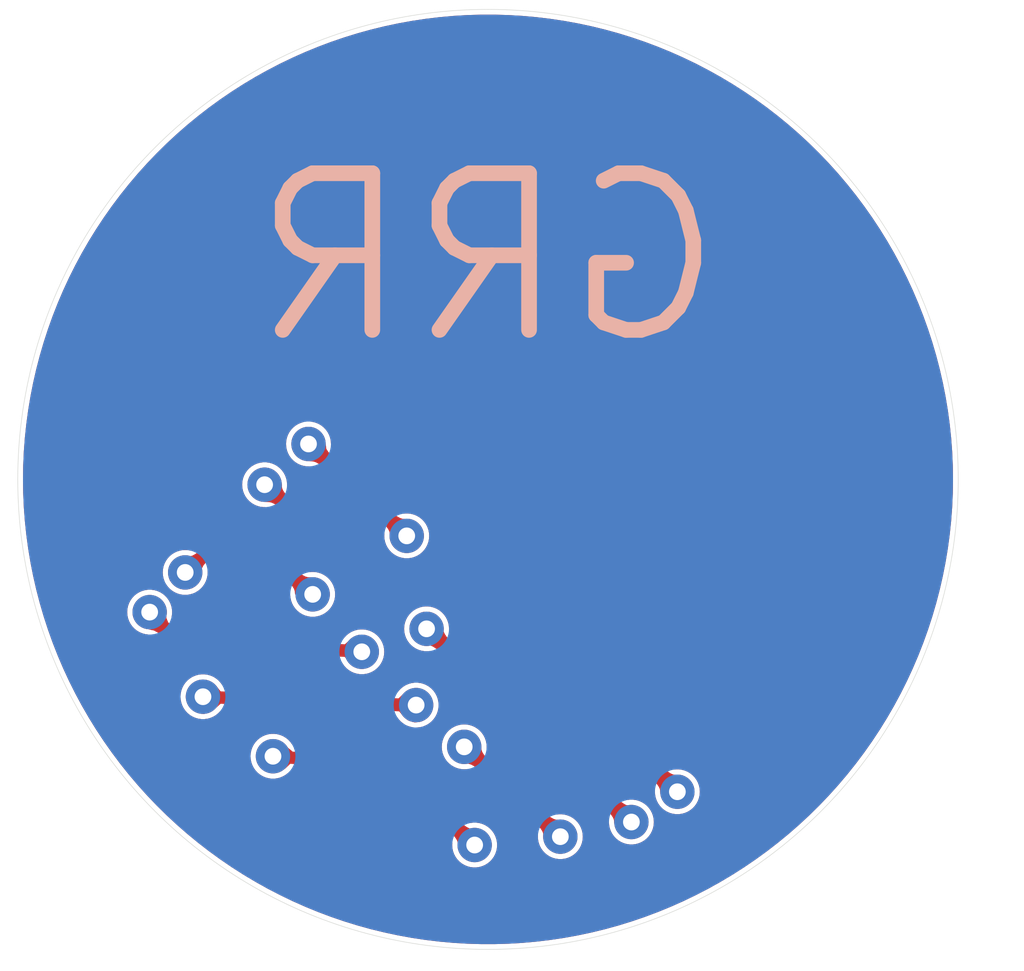
<source format=kicad_pcb>
(kicad_pcb (version 20240108) (generator "pcbnew") (generator_version "8.0")
  (layers (0 "F.Cu" signal) (31 "B.Cu" signal) (34 "B.Paste" user) (35 "F.Paste" user) (36 "B.SilkS" user "B.Silkscreen") (37 "F.SilkS" user "F.Silkscreen") (38 "B.Mask" user) (39 "F.Mask" user) (44 "Edge.Cuts" user))
  (net 0 "")
  (net 1 "GND")
  (net 2 "/Nitin")
  (footprint "GRR:GRR_90mm" (layer "F.Cu") (at 58.322577 102.907606)
    (property "Reference" "G1" (hide yes))
    (property "Value" "LOGO" (hide yes))
    (fp_poly (pts (xy -24.972347 -24.547763) (xy -24.549543 -24.140939) (xy -24.210638 -23.710292) (xy -15.699001 -23.375456) (xy -7.187364 -23.040621) (xy -6.773319 -23.429595) (xy -6.11655 -23.836492) (xy -5.398511 -23.94317) (xy -4.713838 -23.754376) (xy -4.175587 -23.299298) (xy -4.028142 -22.934841) (xy -3.95266 -22.413426) (xy -3.950409 -22.329755) (xy -4.09346 -21.639923) (xy -4.479866 -21.122306) (xy -5.026269 -20.808817) (xy -5.649312 -20.731366) (xy -6.265637 -20.921868) (xy -6.691059 -21.280525) (xy -7.12762 -21.799349) (xy -15.669129 -22.162713) (xy -24.210638 -22.526077) (xy -24.660992 -22.120652) (xy -25.251884 -21.693328) (xy -25.80699 -21.559299) (xy -26.402967 -21.672519) (xy -26.956817 -22.014277) (xy -27.371356 -22.558618) (xy -27.542916 -23.167253) (xy -27.543262 -23.193617) (xy -27.384769 -23.802422) (xy -26.978243 -24.352631) (xy -26.427115 -24.706412) (xy -26.401421 -24.715225) (xy -25.640459 -24.805099)) (fill solid) (layer "F.Cu"))
    (fp_poly (pts (xy -30.296002 -32.676661) (xy -29.770018 -32.273308) (xy -29.446019 -31.711564) (xy -29.397339 -31.129824) (xy -29.401195 -30.739791) (xy -29.240484 -30.354962) (xy -28.864509 -29.860171) (xy -28.810884 -29.79762) (xy -28.136013 -29.015807) (xy -20.228644 -28.616526) (xy -12.321276 -28.217244) (xy -11.9 -28.6) (xy -11.3 -29) (xy -10.630426 -29.1) (xy -10 -28.9) (xy -9.5 -28.568131) (xy -9.3 -28.289137) (xy -9.070746 -27.633485) (xy -9.188365 -26.994508) (xy -9.530985 -26.44172) (xy -10.037789 -26.044637) (xy -10.64796 -25.872775) (xy -11.26058 -25.978346) (xy -11.65174 -26.236111) (xy -11.986562 -26.575227) (xy -12.332106 -27.014515) (xy -20.07279 -27.403449) (xy -21.717358 -27.485651) (xy -23.257698 -27.561819) (xy -24.654999 -27.630092) (xy -25.87045 -27.688612) (xy -26.865241 -27.73552) (xy -27.600559 -27.768958) (xy -28.037594 -27.787065) (xy -28.139506 -27.789808) (xy -28.425014 -27.906485) (xy -28.869638 -28.215924) (xy -29.38081 -28.653091) (xy -29.417905 -28.687943) (xy -30.086574 -29.256016) (xy -30.601835 -29.542302) (xy -30.857202 -29.588652) (xy -31.6 -29.8) (xy -32.1 -30.2) (xy -32.5 -30.655897) (xy -32.5 -30.716805) (xy -32.6111 -31.509683) (xy -32.362635 -32.161876) (xy -31.849641 -32.618538) (xy -31.113917 -32.82482) (xy -30.941888 -32.831205)) (fill solid) (layer "F.Cu"))
    (fp_poly (pts (xy -18.60249 -18.962283) (xy -18.132334 -18.6234) (xy -18.049872 -18.555151) (xy -17.307642 -17.935036) (xy -14.274034 -17.813565) (xy -13.117635 -17.764197) (xy -11.949453 -17.708981) (xy -10.876052 -17.65331) (xy -10.004 -17.602579) (xy -9.682911 -17.581188) (xy -8.125397 -17.470283) (xy -4.368726 -13.974357) (xy -3.226178 -12.916937) (xy -2.314298 -12.087844) (xy -1.605371 -11.464323) (xy -1.071686 -11.023616) (xy -0.685529 -10.742965) (xy -0.419188 -10.599614) (xy -0.244949 -10.570805) (xy -0.22809 -10.574168) (xy 0.415094 -10.566058) (xy 1.032559 -10.282681) (xy 1.525736 -9.80161) (xy 1.696058 -9.20042) (xy 1.719859 -8.962411) (xy 1.576582 -8.405285) (xy 1.219822 -7.855088) (xy 0.9 -7.6) (xy 0.834112 -7.566276) (xy 0.315313 -7.386687) (xy -0.028681 -7.414739) (xy -0.331914 -7.521362) (xy -1.039276 -7.847178) (xy -1.412489 -8.479334) (xy -1.494751 -8.981273) (xy -1.513632 -9.219063) (xy -1.593483 -9.456041) (xy -1.769123 -9.733431) (xy -2.075367 -10.092457) (xy -2.547031 -10.574342) (xy -3.218932 -11.220308) (xy -4.025744 -11.978024) (xy -4.901226 -12.797727) (xy -5.764569 -13.6088) (xy -6.550578 -14.349802) (xy -7.194062 -14.959288) (xy -7.582709 -15.330401) (xy -8.608681 -16.317466) (xy -13.077035 -16.547049) (xy -17.54539 -16.776631) (xy -18.017486 -16.325865) (xy -18.634514 -16) (xy -19.290946 -15.9) (xy -19.912574 -16.021258) (xy -20.42519 -16.404777) (xy -20.754584 -16.962997) (xy -20.826549 -17.655224) (xy -20.794659 -17.848855) (xy -20.488069 -18.511697) (xy -19.914683 -18.933411) (xy -19.407046 -19.075475) (xy -18.982398 -19.095723)) (fill solid) (layer "F.Cu"))
    (fp_poly (pts (xy -0.268349 -19.877997) (xy 0.30307 -19.445606) (xy 0.661268 -18.829496) (xy 0.739008 -18.350917) (xy 0.754267 -18.141547) (xy 0.820087 -17.929241) (xy 0.966528 -17.680223) (xy 1.223651 -17.360719) (xy 1.621518 -16.936953) (xy 2.190189 -16.375152) (xy 2.959727 -15.64154) (xy 3.960191 -14.702344) (xy 4.116667 -14.556013) (xy 5.15038 -13.591771) (xy 5.958862 -12.846616) (xy 6.578904 -12.292356) (xy 7.047298 -11.900796) (xy 7.400836 -11.643742) (xy 7.676308 -11.493) (xy 7.910508 -11.420376) (xy 8.140225 -11.397677) (xy 8.239973 -11.396258) (xy 9.017174 -11.269952) (xy 9.5 -10.888306) (xy 9.829921 -10.240171) (xy 9.866873 -10.028931) (xy 9.810894 -9.279077) (xy 9.450253 -8.68877) (xy 8.823159 -8.306914) (xy 8.448428 -8.213548) (xy 7.973614 -8.183065) (xy 7.614345 -8.320899) (xy 7.232471 -8.656127) (xy 6.824379 -9.187288) (xy 6.685619 -9.749443) (xy 6.683688 -9.840299) (xy 6.66822 -10.049369) (xy 6.601795 -10.261941) (xy 6.454382 -10.511784) (xy 6.195952 -10.832664) (xy 5.796473 -11.25835) (xy 5.225914 -11.822609) (xy 4.454247 -12.559209) (xy 3.451438 -13.501918) (xy 3.307053 -13.637135) (xy 2.275591 -14.601034) (xy 1.469396 -15.346055) (xy 0.851485 -15.900361) (xy 0.384876 -16.292117) (xy 0.032586 -16.549484) (xy -0.242367 -16.700628) (xy -0.476967 -16.77371) (xy -0.708196 -16.796894) (xy -0.844398 -16.798581) (xy -1.628978 -16.937584) (xy -2.175735 -17.340739) (xy -2.463402 -17.987264) (xy -2.503546 -18.419858) (xy -2.357109 -19.17611) (xy -1.9 -19.7) (xy -1.316073 -19.9) (xy -0.966671 -19.941134)) (fill solid) (layer "F.Cu"))
    (fp_poly (pts (xy -14.924786 -48.745278) (xy -14.4253 -48.287796) (xy -14.277461 -48.020244) (xy -14.2 -47.523348) (xy -14.108105 -47.1186) (xy -14.118333 -47.076152) (xy -14.083383 -46.910564) (xy -13.891675 -46.627623) (xy -13.521868 -46.204797) (xy -12.952625 -45.61955) (xy -12.162605 -44.84935) (xy -11.13047 -43.871663) (xy -10.719055 -43.486538) (xy -9.663537 -42.503028) (xy -8.834271 -41.739147) (xy -8.195494 -41.167236) (xy -7.711446 -40.759631) (xy -7.346364 -40.488671) (xy -7.064487 -40.326694) (xy -6.830054 -40.246038) (xy -6.607303 -40.219042) (xy -6.492186 -40.217021) (xy -5.696486 -40.075463) (xy -5.2 -39.672564) (xy -4.812421 -39.040983) (xy -4.763507 -38.595744) (xy -4.9 -38.017798) (xy -5.1 -37.609739) (xy -5.264848 -37.405703) (xy -5.937882 -37.039711) (xy -6.663281 -37.003851) (xy -7.35242 -37.298341) (xy -7.482028 -37.400272) (xy -7.842961 -37.823248) (xy -7.984278 -38.355772) (xy -7.995578 -38.56436) (xy -8.009571 -38.794954) (xy -8.058978 -39.009698) (xy -8.173751 -39.242683) (xy -8.383841 -39.528004) (xy -8.719198 -39.899753) (xy -9.209774 -40.392024) (xy -9.88552 -41.038911) (xy -10.776387 -41.874505) (xy -11.478372 -42.528817) (xy -12.527487 -43.503683) (xy -13.350082 -44.259382) (xy -13.982135 -44.823527) (xy -14.459622 -45.223727) (xy -14.818521 -45.487597) (xy -15.094808 -45.642747) (xy -15.324462 -45.716789) (xy -15.543459 -45.737335) (xy -15.657539 -45.736246) (xy -16.376729 -45.85918) (xy -16.905628 -46.219225) (xy -17.230693 -46.739541) (xy -17.338378 -47.343287) (xy -17.215141 -47.953625) (xy -16.847437 -48.493714) (xy -16.221721 -48.886714) (xy -16.213413 -48.88991) (xy -15.560419 -48.96377)) (fill solid) (layer "F.Cu"))
    (fp_poly (pts (xy -4.220656 -31.312966) (xy -3.552762 -31.042573) (xy -3.121985 -30.515255) (xy -2.912878 -29.718943) (xy -2.889781 -29.557281) (xy -2.845816 -29.395824) (xy -2.762082 -29.215173) (xy -2.619678 -28.995926) (xy -2.399704 -28.718683) (xy -2.08326 -28.364045) (xy -1.651444 -27.91261) (xy -1.085358 -27.344977) (xy -0.3661 -26.641748) (xy 0.525231 -25.783521) (xy 1.607534 -24.750895) (xy 2.899709 -23.524471) (xy 4.420659 -22.084847) (xy 5.737577 -20.839647) (xy 7.484967 -19.189652) (xy 8.990691 -17.772661) (xy 10.273112 -16.572297) (xy 11.350591 -15.572187) (xy 12.241491 -14.755954) (xy 12.964174 -14.107223) (xy 13.537003 -13.60962) (xy 13.97834 -13.246769) (xy 14.306547 -13.002294) (xy 14.539987 -12.859821) (xy 14.697021 -12.802975) (xy 14.751285 -12.801372) (xy 15.447633 -12.738201) (xy 16.055814 -12.4203) (xy 16.501924 -11.9212) (xy 16.712058 -11.314434) (xy 16.682866 -10.879534) (xy 16.365357 -10.223449) (xy 15.845473 -9.77842) (xy 15.211921 -9.570895) (xy 14.553402 -9.8) (xy 14.058621 -10.074152) (xy 13.986921 -10.145861) (xy 13.6 -10.7) (xy 13.4502 -11.180549) (xy 13.440746 -11.323079) (xy 13.404731 -11.471783) (xy 13.323499 -11.645795) (xy 13.178391 -11.864252) (xy 12.950749 -12.146292) (xy 12.621916 -12.511049) (xy 12.173233 -12.977661) (xy 11.586042 -13.565264) (xy 10.841686 -14.292994) (xy 9.921507 -15.179988) (xy 8.806846 -16.245381) (xy 7.479045 -17.508311) (xy 5.919447 -18.987914) (xy 4.846447 -20.004901) (xy 3.136901 -21.624501) (xy 1.668454 -23.01376) (xy 0.420867 -24.19034) (xy -0.626098 -25.171904) (xy -1.492681 -25.976115) (xy -2.199123 -26.620636) (xy -2.765662 -27.123128) (xy -3.212537 -27.501256) (xy -3.559989 -27.772681) (xy -3.828257 -27.955066) (xy -4.03758 -28.066075) (xy -4.208198 -28.123369) (xy -4.36035 -28.144611) (xy -4.484081 -28.147517) (xy -5.245495 -28.292824) (xy -5.786667 -28.703595) (xy -6.068709 -29.342112) (xy -6.100653 -29.71557) (xy -5.946908 -30.476792) (xy -5.5 -31) (xy -4.9 -31.3)) (fill solid) (layer "F.Cu"))
    (fp_poly (pts (xy -22.499842 -40.218322) (xy -22.216167 -40.050736) (xy -21.807914 -39.729181) (xy -21.232405 -39.222912) (xy -20.446962 -38.501185) (xy -20.313194 -38.3769) (xy -19.178905 -37.322319) (xy -18.276157 -36.486905) (xy -17.572034 -35.845149) (xy -17.033621 -35.371543) (xy -16.628 -35.040577) (xy -16.322256 -34.826741) (xy -16.083473 -34.704527) (xy -15.878735 -34.648425) (xy -15.675126 -34.632927) (xy -15.481737 -34.632624) (xy -14.716873 -34.488338) (xy -14.174075 -34.079655) (xy -13.890886 -33.442836) (xy -13.858211 -33.064571) (xy -14.009371 -32.31935) (xy -14.398489 -31.77322) (xy -14.949988 -31.458191) (xy -15.588289 -31.406276) (xy -16.237817 -31.649484) (xy -16.568467 -31.916639) (xy -16.9 -32.465605) (xy -17.095035 -33.068074) (xy -17.095035 -33.068959) (xy -17.11402 -33.298809) (xy -17.193295 -33.531684) (xy -17.366343 -33.80692) (xy -17.666648 -34.163858) (xy -18.12769 -34.641836) (xy -18.782954 -35.280192) (xy -19.665921 -36.118266) (xy -19.790014 -36.235298) (xy -20.605825 -36.999277) (xy -21.333771 -37.671292) (xy -21.933171 -38.214578) (xy -22.363343 -38.592372) (xy -22.583606 -38.76791) (xy -22.601294 -38.775886) (xy -22.77061 -38.660774) (xy -23.14948 -38.346338) (xy -23.683923 -37.878927) (xy -24.319963 -37.30489) (xy -24.402307 -37.22943) (xy -25.107974 -36.57172) (xy -25.581069 -36.098126) (xy -25.861867 -35.757478) (xy -25.990644 -35.49861) (xy -26.007676 -35.270353) (xy -25.997511 -35.202834) (xy -26.047746 -34.584515) (xy -26.365919 -34.005783) (xy -26.9 -33.6) (xy -27.3 -33.5) (xy -28 -33.5) (xy -28.6 -33.8) (xy -29.075917 -34.338564) (xy -29.086232 -34.362782) (xy -29.245783 -35.123469) (xy -29.087249 -35.781358) (xy -28.649685 -36.281161) (xy -27.972145 -36.567588) (xy -27.495956 -36.614184) (xy -27.185981 -36.632572) (xy -26.900869 -36.714176) (xy -26.582542 -36.898658) (xy -26.172923 -37.22568) (xy -25.613933 -37.734904) (xy -25.00285 -38.316739) (xy -24.320637 -38.960493) (xy -23.702872 -39.523183) (xy -23.209547 -39.951575) (xy -22.900653 -40.192434) (xy -22.864169 -40.214561) (xy -22.701617 -40.262682)) (fill solid) (layer "F.Cu"))
    (fp_poly (pts (xy -19.182357 -44.934114) (xy -18.7 -44.5) (xy -18.5 -43.924483) (xy -18.356028 -43.506554) (xy -18.346585 -43.299423) (xy -18.299445 -43.099435) (xy -18.186385 -42.875354) (xy -17.979186 -42.59594) (xy -17.649627 -42.229955) (xy -17.169489 -41.746162) (xy -16.51055 -41.113321) (xy -15.644591 -40.300196) (xy -14.54339 -39.275547) (xy -14.483582 -39.219997) (xy -10.611136 -35.623404) (xy -7.142802 -35.240558) (xy -5.969339 -35.11141) (xy -4.831952 -34.986925) (xy -3.812869 -34.876051) (xy -2.99432 -34.787737) (xy -2.490614 -34.734268) (xy -1.30676 -34.610823) (xy 8.678181 -25.167183) (xy 10.536166 -23.410608) (xy 12.151308 -21.8858) (xy 13.54201 -20.576428) (xy 14.726677 -19.466162) (xy 15.723714 -18.538668) (xy 16.551525 -17.777616) (xy 17.228516 -17.166675) (xy 17.77309 -16.689512) (xy 18.203653 -16.329797) (xy 18.53861 -16.071197) (xy 18.796364 -15.897381) (xy 18.995322 -15.792018) (xy 19.153886 -15.738776) (xy 19.290464 -15.721324) (xy 19.32392 -15.720637) (xy 20.00628 -15.669146) (xy 20.4 -15.4) (xy 20.75843 -15.11712) (xy 20.831486 -14.984279) (xy 21.076239 -14.237395) (xy 20.977476 -13.576458) (xy 20.568467 -13.001745) (xy 19.936679 -12.572442) (xy 19.275102 -12.496214) (xy 18.618645 -12.774814) (xy 18.464002 -12.89616) (xy 18.048619 -13.440883) (xy 17.868496 -14.105769) (xy 17.849641 -14.22961) (xy 17.81856 -14.354258) (xy 17.761891 -14.492896) (xy 17.666272 -14.658711) (xy 17.518343 -14.864888) (xy 17.304741 -15.124611) (xy 17.012105 -15.451066) (xy 16.627073 -15.857437) (xy 16.136284 -16.356911) (xy 15.526376 -16.962671) (xy 14.783987 -17.687904) (xy 13.895755 -18.545794) (xy 12.84832 -19.549527) (xy 11.628319 -20.712287) (xy 10.222391 -22.04726) (xy 8.617175 -23.567631) (xy 6.799308 -25.286584) (xy 4.755429 -27.217306) (xy 2.472177 -29.372981) (xy 0.739008 -31.008994) (xy -1.873049 -33.474571) (xy -5.926241 -33.889582) (xy -7.138707 -34.01701) (xy -8.267779 -34.141801) (xy -9.25123 -34.256598) (xy -10.026836 -34.354038) (xy -10.532372 -34.426764) (xy -10.649627 -34.448261) (xy -10.901033 -34.537765) (xy -11.224984 -34.726366) (xy -11.651449 -35.038971) (xy -12.210397 -35.500489) (xy -12.931797 -36.135827) (xy -13.845618 -36.969894) (xy -14.981829 -38.027597) (xy -15.181856 -38.215113) (xy -16.292871 -39.255788) (xy -17.175441 -40.075476) (xy -17.863101 -40.700518) (xy -18.389386 -41.157254) (xy -18.787831 -41.472024) (xy -19.091972 -41.67117) (xy -19.335343 -41.781032) (xy -19.55148 -41.82795) (xy -19.773918 -41.838264) (xy -19.794668 -41.838297) (xy -20.408399 -41.91329) (xy -20.889974 -42.195158) (xy -21.072013 -42.364866) (xy -21.509866 -42.995482) (xy -21.588969 -43.640006) (xy -21.309322 -44.279135) (xy -21.072013 -44.554282) (xy -20.44943 -44.973316) (xy -19.793718 -45.089963)) (fill solid) (layer "F.Cu"))
    (pad "1" smd custom (at -38.5 -36) (size 0.643 0.643) (layers "F.Cu" "F.Paste" "F.Mask") (net 1 "GND") (options (clearance outline) (anchor circle)) (primitives (gr_poly (pts (xy -0.3215 -0.22025) (xy -0.309264 -0.281766) (xy -0.274417 -0.333917) (xy -0.222266 -0.368764) (xy -0.16075 -0.381) (xy 0.16075 -0.381) (xy 0.222266 -0.368764) (xy 0.274417 -0.333917) (xy 0.309264 -0.281766) (xy 0.3215 -0.22025) (xy 0.3215 0.22025) (xy 0.309264 0.281766) (xy 0.274417 0.333917) (xy 0.222266 0.368764) (xy 0.16075 0.381) (xy -0.16075 0.381) (xy -0.222266 0.368764) (xy -0.274417 0.333917) (xy -0.309264 0.281766) (xy -0.3215 0.22025)) (width 0) (fill yes)) (gr_poly (pts (xy 41.241995 -49.128846) (xy 42.7751 -49.066957) (xy 44.137777 -48.972647) (xy 45.241887 -48.846624) (xy 45.303193 -48.83726) (xy 46.453861 -48.646993) (xy 47.295166 -48.476554) (xy 47.876142 -48.308927) (xy 48.245821 -48.127099) (xy 48.453236 -47.914055) (xy 48.533664 -47.716276) (xy 48.559805 -47.10554) (xy 48.332448 -46.647554) (xy 47.980326 -46.4453) (xy 47.625689 -46.428998) (xy 47.017726 -46.471818) (xy 46.256924 -46.564919) (xy 45.785595 -46.638409) (xy 44.402104 -46.820137) (xy 42.76416 -46.951913) (xy 40.974358 -47.031956) (xy 39.135291 -47.058487) (xy 37.349557 -47.029724) (xy 35.719749 -46.943887) (xy 34.594784 -46.832631) (xy 30.843583 -46.179497) (xy 27.232746 -45.195673) (xy 23.770279 -43.885081) (xy 20.464192 -42.251642) (xy 17.322492 -40.299275) (xy 14.353187 -38.031902) (xy 11.764317 -35.654832) (xy 9.207587 -32.852895) (xy 6.964887 -29.874846) (xy 5.036877 -26.721754) (xy 3.42422 -23.39469) (xy 2.242074 -20.249645) (xy 1.499172 -17.755886) (xy 0.954273 -15.371896) (xy 0.589849 -12.98447) (xy 0.388367 -10.480401) (xy 0.331886 -7.914654) (xy 0.347541 -6.564395) (xy 0.397012 -5.328421) (xy 0.489015 -4.104257) (xy 0.632266 -2.789426) (xy 0.835483 -1.281454) (xy 0.977905 -0.31985) (xy 1.016512 0.219354) (xy 0.899764 0.579115) (xy 0.709567 0.806037) (xy 0.262664 1.130911) (xy -0.160079 1.12359) (xy -0.561426 0.871986) (xy -0.769792 0.647981) (xy -0.944553 0.314554) (xy -1.097496 -0.176991) (xy -1.240406 -0.875349) (xy -1.385066 -1.829216) (xy -1.543264 -3.087287) (xy -1.565618 -3.277249) (xy -1.822577 -6.982069) (xy -1.736572 -10.697381) (xy -1.316888 -14.391736) (xy -0.572809 -18.033681) (xy 0.486381 -21.591765) (xy 1.851397 -25.034536) (xy 3.512955 -28.330544) (xy 5.461771 -31.448336) (xy 7.565836 -34.210638) (xy 10.226593 -37.117001) (xy 13.092208 -39.728423) (xy 16.1537 -42.039924) (xy 19.402091 -44.046525) (xy 22.828399 -45.743245) (xy 26.423645 -47.125106) (xy 30.178848 -48.187128) (xy 34.085029 -48.92433) (xy 34.104965 -48.927198) (xy 35.168105 -49.038033) (xy 36.501519 -49.112908) (xy 38.017065 -49.15253) (xy 39.626604 -49.157606)) (width 0) (fill yes))))
    (pad "1" smd custom (at -35 -26.5) (size 0.643 0.643) (layers "F.Cu" "F.Paste" "F.Mask") (net 1 "GND") (options (clearance outline) (anchor circle)) (primitives (gr_poly (pts (xy -0.3215 -0.22025) (xy -0.309264 -0.281766) (xy -0.274417 -0.333917) (xy -0.222266 -0.368764) (xy -0.16075 -0.381) (xy 0.16075 -0.381) (xy 0.222266 -0.368764) (xy 0.274417 -0.333917) (xy 0.309264 -0.281766) (xy 0.3215 -0.22025) (xy 0.3215 0.22025) (xy 0.309264 0.281766) (xy 0.274417 0.333917) (xy 0.222266 0.368764) (xy 0.16075 0.381) (xy -0.16075 0.381) (xy -0.222266 0.368764) (xy -0.274417 0.333917) (xy -0.309264 0.281766) (xy -0.3215 0.22025)) (width 0) (fill yes)) (gr_poly (pts (xy -0.131838 -1.367689) (xy 0.265498 -1.015845) (xy 0.694977 -0.365692) (xy 0.990318 0.191067) (xy 2.751284 3.3063) (xy 4.823492 6.26148) (xy 7.218508 9.072449) (xy 8.264317 10.154833) (xy 11.066844 12.710404) (xy 14.049181 14.9546) (xy 17.20332 16.883499) (xy 20.521255 18.493181) (xy 23.994975 19.779725) (xy 27.616474 20.73921) (xy 31.094784 21.332632) (xy 32.753455 21.485408) (xy 34.636807 21.560768) (xy 36.634532 21.561187) (xy 38.636322 21.489141) (xy 40.531868 21.347103) (xy 42.210864 21.137551) (xy 42.584398 21.074806) (xy 46.289112 20.235819) (xy 49.846291 19.068198) (xy 53.256904 17.571561) (xy 56.521922 15.745526) (xy 57.13705 15.354069) (xy 58.017641 14.816646) (xy 58.676349 14.506987) (xy 59.162477 14.415663) (xy 59.525326 14.533241) (xy 59.809344 14.842841) (xy 59.980209 15.228059) (xy 59.947649 15.605713) (xy 59.68377 16.014246) (xy 59.160676 16.492102) (xy 58.350473 17.077726) (xy 58.034914 17.288306) (xy 55.475548 18.801824) (xy 52.654784 20.159211) (xy 49.647032 21.334863) (xy 46.526703 22.303174) (xy 43.368207 23.03854) (xy 40.245955 23.515355) (xy 39.805948 23.560996) (xy 38.300381 23.666314) (xy 36.601095 23.717277) (xy 34.848784 23.713954) (xy 33.184145 23.656413) (xy 31.865958 23.557178) (xy 28.060966 22.991762) (xy 24.354177 22.088977) (xy 20.767098 20.858771) (xy 17.321236 19.311087) (xy 14.038098 17.455874) (xy 10.939191 15.303076) (xy 8.046022 12.862639) (xy 7.385713 12.236256) (xy 4.765579 9.491567) (xy 2.494155 6.679196) (xy 0.564682 3.790171) (xy -0.682954 1.526241) (xy -1.135484 0.570827) (xy -1.394165 -0.134846) (xy -1.464494 -0.64115) (xy -1.351966 -0.998454) (xy -1.062077 -1.257129) (xy -0.991023 -1.297352) (xy -0.537267 -1.45145)) (width 0) (fill yes))))
    (pad "1" smd custom (at -21 -69) (size 0.643 0.643) (layers "F.Cu" "F.Paste" "F.Mask") (net 1 "GND") (options (clearance outline) (anchor circle)) (primitives (gr_poly (pts (xy -0.3215 -0.22025) (xy -0.309264 -0.281766) (xy -0.274417 -0.333917) (xy -0.222266 -0.368764) (xy -0.16075 -0.381) (xy 0.16075 -0.381) (xy 0.222266 -0.368764) (xy 0.274417 -0.333917) (xy 0.309264 -0.281766) (xy 0.3215 -0.22025) (xy 0.3215 0.22025) (xy 0.309264 0.281766) (xy 0.274417 0.333917) (xy 0.222266 0.368764) (xy 0.16075 0.381) (xy -0.16075 0.381) (xy -0.222266 0.368764) (xy -0.274417 0.333917) (xy -0.309264 0.281766) (xy -0.3215 0.22025)) (width 0) (fill yes)) (gr_poly (pts (xy 36.429915 -13.462803) (xy 36.590039 -13.351834) (xy 36.661022 -13.245674) (xy 36.759742 -12.887684) (xy 36.723247 -12.707936) (xy 36.541745 -12.537108) (xy 36.124158 -12.195763) (xy 35.524723 -11.726733) (xy 34.797679 -11.172848) (xy 34.439008 -10.904108) (xy 32.299798 -9.264703) (xy 29.979868 -7.399926) (xy 27.458954 -5.293223) (xy 25.346467 -3.476952) (xy 24.472159 -2.709749) (xy 23.468475 -1.816864) (xy 22.377402 -0.836764) (xy 21.240924 0.19208) (xy 20.101025 1.2312) (xy 18.999691 2.242126) (xy 17.978906 3.186389) (xy 17.080655 4.025521) (xy 16.346922 4.721051) (xy 15.819693 5.234512) (xy 15.648743 5.408735) (xy 15.052804 6.033809) (xy 15.446153 6.788464) (xy 15.734642 7.701475) (xy 15.683961 8.624777) (xy 15.299626 9.481867) (xy 15.246493 9.556348) (xy 14.851937 10.090015) (xy 16.556812 11.825504) (xy 16.891561 12.169758) (xy 17.45864 12.757223) (xy 18.241486 13.570619) (xy 19.223535 14.592664) (xy 20.388224 15.806078) (xy 21.718989 17.193579) (xy 23.199267 18.737887) (xy 24.812495 20.42172) (xy 26.542108 22.227799) (xy 28.371543 24.138841) (xy 30.284237 26.137567) (xy 32.263626 28.206695) (xy 34.293147 30.328944) (xy 34.709625 30.76454) (xy 36.731992 32.879724) (xy 38.697609 34.935381) (xy 40.590808 36.915135) (xy 42.395921 38.802607) (xy 44.097282 40.581421) (xy 45.679221 42.2352) (xy 47.126072 43.747568) (xy 48.422165 45.102146) (xy 49.551835 46.282558) (xy 50.499412 47.272428) (xy 51.249229 48.055378) (xy 51.785618 48.615031) (xy 52.092912 48.93501) (xy 52.134278 48.977886) (xy 52.6798 49.581279) (xy 53.005307 50.060865) (xy 53.172361 50.517598) (xy 53.21278 50.746566) (xy 53.314567 51.505446) (xy 50.89495 53.925064) (xy 50.038621 54.775883) (xy 49.390427 55.401682) (xy 48.907817 55.836207) (xy 48.548238 56.113206) (xy 48.269141 56.266428) (xy 48.027975 56.329618) (xy 47.852206 56.338298) (xy 47.303844 56.270266) (xy 46.852972 56.115326) (xy 46.84911 56.113121) (xy 46.67773 55.965419) (xy 46.26091 55.581975) (xy 45.613119 54.976549) (xy 44.748826 54.162902) (xy 43.682498 53.154796) (xy 42.428605 51.965992) (xy 41.001615 50.610251) (xy 39.415997 49.101334) (xy 37.686217 47.453002) (xy 35.826746 45.679018) (xy 33.852052 43.793141) (xy 31.776602 41.809133) (xy 29.614866 39.740756) (xy 27.381312 37.60177) (xy 26.696212 36.945305) (xy 6.923283 17.996282) (xy 6.389812 18.390695) (xy 5.802074 18.665316) (xy 5.063354 18.795487) (xy 4.305825 18.779117) (xy 3.661658 18.614113) (xy 3.379494 18.438357) (xy 3.140133 18.244048) (xy 2.946056 18.219074) (xy 2.689654 18.391648) (xy 2.348796 18.70857) (xy 1.897643 19.159181) (xy 1.24562 19.839131) (xy 0.430075 20.707469) (xy -0.511645 21.723245) (xy -1.542192 22.845508) (xy -2.624216 24.033307) (xy -3.720371 25.245692) (xy -4.793308 26.441713) (xy -5.805678 27.58042) (xy -6.720134 28.620861) (xy -7.27429 29.259826) (xy -9.038933 31.33528) (xy -10.713857 33.357121) (xy -12.256002 35.272041) (xy -13.622307 37.026732) (xy -14.559574 38.278974) (xy -15.117917 39.025103) (xy -15.524124 39.513781) (xy -15.826599 39.786867) (xy -16.073748 39.88622) (xy -16.313977 39.853701) (xy -16.360992 39.836776) (xy -16.519322 39.714435) (xy -16.599098 39.468963) (xy -16.596064 39.056836) (xy -16.50596 38.43453) (xy -16.324531 37.558519) (xy -16.047518 36.385279) (xy -16.007281 36.220944) (xy -14.718105 31.716) (xy -13.085476 27.285098) (xy -11.123688 22.959601) (xy -8.847034 18.770873) (xy -6.269809 14.750276) (xy -6.131602 14.551774) (xy -5.566803 13.750445) (xy -5.038669 13.013199) (xy -4.599401 12.412088) (xy -4.301195 12.019162) (xy -4.259145 11.967135) (xy -3.834747 11.454129) (xy -4.354366 10.862315) (xy -4.861854 10.050693) (xy -5.021842 9.185295) (xy -4.831427 8.307927) (xy -4.583631 7.796176) (xy -4.332503 7.395955) (xy -4.288165 7.342427) (xy -4.178798 7.163652) (xy -4.219811 6.959254) (xy -4.449923 6.658113) (xy -4.907854 6.189107) (xy -4.925532 6.171684) (xy -5.408416 5.640981) (xy -5.726868 5.179481) (xy -5.822695 4.904156) (xy -5.716323 4.665384) (xy -5.420287 4.190841) (xy -4.969207 3.526712) (xy -4.397703 2.719184) (xy -3.740395 1.814445) (xy -3.031902 0.858682) (xy -2.306845 -0.10192) (xy -1.599843 -1.021171) (xy -0.945516 -1.852887) (xy -0.378485 -2.550879) (xy 0.066632 -3.068961) (xy 0.355214 -3.360945) (xy 0.394647 -3.390509) (xy 0.746997 -3.538927) (xy 1.126706 -3.501318) (xy 1.583711 -3.251824) (xy 2.167949 -2.764588) (xy 2.802293 -2.143784) (xy 3.951395 -0.973956) (xy 4.513641 -1.316801) (xy 5.355899 -1.631596) (xy 6.270411 -1.64031) (xy 7.159464 -1.354534) (xy 7.778015 -0.929575) (xy 7.975132 -0.77432) (xy 8.164764 -0.739275) (xy 8.427674 -0.85199) (xy 8.844626 -1.140013) (xy 9.219149 -1.421154) (xy 12.818081 -3.952912) (xy 16.62049 -6.266879) (xy 20.571352 -8.336605) (xy 24.615644 -10.135638) (xy 28.698342 -11.637528) (xy 32.764424 -12.815823) (xy 33.087944 -12.89546) (xy 34.257754 -13.174488) (xy 35.128085 -13.365956) (xy 35.747709 -13.474644) (xy 36.165395 -13.505333)) (width 0) (fill yes))))
    (pad "1" smd custom (at 15.936787 -43.72223) (size 0.643 0.643) (layers "F.Cu" "F.Paste" "F.Mask") (net 1 "GND") (options (clearance outline) (anchor circle)) (primitives (gr_poly (pts (xy -0.3215 -0.22025) (xy -0.309264 -0.281766) (xy -0.274417 -0.333917) (xy -0.222266 -0.368764) (xy -0.16075 -0.381) (xy 0.16075 -0.381) (xy 0.222266 -0.368764) (xy 0.274417 -0.333917) (xy 0.309264 -0.281766) (xy 0.3215 -0.22025) (xy 0.3215 0.22025) (xy 0.309264 0.281766) (xy 0.274417 0.333917) (xy 0.222266 0.368764) (xy 0.16075 0.381) (xy -0.16075 0.381) (xy -0.222266 0.368764) (xy -0.274417 0.333917) (xy -0.309264 0.281766) (xy -0.3215 0.22025)) (width 0) (fill yes)) (gr_poly (pts (xy -0.231823 -4.010025) (xy 0.367078 -3.872777) (xy 1.13659 -3.671384) (xy 2.00111 -3.428227) (xy 2.885036 -3.165687) (xy 3.712766 -2.906144) (xy 4.408697 -2.671978) (xy 4.897228 -2.485571) (xy 5.094896 -2.379469) (xy 5.20474 -2.139687) (xy 5.374874 -1.612642) (xy 5.586789 -0.862633) (xy 5.821972 0.046042) (xy 5.976644 0.683251) (xy 6.651533 3.535761) (xy 5.049217 5.154665) (xy 4.192439 5.996773) (xy 3.527202 6.590561) (xy 3.014118 6.964253) (xy 2.613799 7.146073) (xy 2.286858 7.164243) (xy 2.254063 7.15755) (xy 2.055606 7.013252) (xy 1.64689 6.641254) (xy 1.063837 6.076918) (xy 0.342368 5.355602) (xy -0.481594 4.512665) (xy -1.303738 3.655458) (xy -2.332283 2.566602) (xy -3.131508 1.702482) (xy -3.72657 1.03279) (xy -4.142623 0.527221) (xy -4.404822 0.155465) (xy -4.538323 -0.112785) (xy -4.569411 -0.279092) (xy -4.518195 -0.538132) (xy -4.338712 -0.848565) (xy -3.992205 -1.256999) (xy -3.439921 -1.810042) (xy -2.789483 -2.419657) (xy -1.877958 -3.22825) (xy -1.193295 -3.763515) (xy -0.73131 -4.028569) (xy -0.584512 -4.060748)) (width 0) (fill yes))))
    (pad "1" smd custom (at 18.5 -80.5) (size 0.643 0.643) (layers "F.Cu" "F.Paste" "F.Mask") (net 1 "GND") (options (clearance outline) (anchor circle)) (primitives (gr_poly (pts (xy -0.3215 -0.22025) (xy -0.309264 -0.281766) (xy -0.274417 -0.333917) (xy -0.222266 -0.368764) (xy -0.16075 -0.381) (xy 0.16075 -0.381) (xy 0.222266 -0.368764) (xy 0.274417 -0.333917) (xy 0.309264 -0.281766) (xy 0.3215 -0.22025) (xy 0.3215 0.22025) (xy 0.309264 0.281766) (xy 0.274417 0.333917) (xy 0.222266 0.368764) (xy 0.16075 0.381) (xy -0.16075 0.381) (xy -0.222266 0.368764) (xy -0.274417 0.333917) (xy -0.309264 0.281766) (xy -0.3215 0.22025)) (width 0) (fill yes)) (gr_poly (pts (xy -0.234494 -0.876837) (xy 0.366711 -0.61943) (xy 1.156522 -0.228168) (xy 2.077968 0.266063) (xy 3.074079 0.832377) (xy 4.087884 1.439887) (xy 5.062412 2.057709) (xy 5.371885 2.262752) (xy 8.341823 4.464572) (xy 11.121412 6.946779) (xy 13.679999 9.67332) (xy 15.98693 12.608143) (xy 18.011549 15.715198) (xy 19.723204 18.95843) (xy 19.907252 19.357562) (xy 20.379812 20.427144) (xy 20.69699 21.227643) (xy 20.870725 21.80905) (xy 20.912956 22.221355) (xy 20.835622 22.51455) (xy 20.703044 22.689662) (xy 20.29099 22.917244) (xy 19.780161 22.980376) (xy 19.337444 22.870749) (xy 19.206015 22.764185) (xy 19.058243 22.511175) (xy 18.808387 22.008506) (xy 18.49598 21.337803) (xy 18.268103 20.82766) (xy 16.599127 17.467833) (xy 14.635755 14.312906) (xy 12.384904 11.370259) (xy 9.853492 8.647271) (xy 7.048435 6.151319) (xy 3.97665 3.889784) (xy 0.645055 1.870044) (xy 0.343263 1.706064) (xy -0.453333 1.266862) (xy -0.982113 0.941929) (xy -1.298782 0.686986) (xy -1.459045 0.457752) (xy -1.516694 0.227581) (xy -1.437117 -0.317884) (xy -1.127714 -0.753156) (xy -0.676793 -0.964144) (xy -0.590123 -0.969503)) (width 0) (fill yes))))
    (pad "1" smd custom (at 38.5 -30) (size 0.643 0.643) (layers "F.Cu" "F.Paste" "F.Mask") (net 1 "GND") (options (clearance outline) (anchor circle)) (primitives (gr_poly (pts (xy -0.3215 -0.22025) (xy -0.309264 -0.281766) (xy -0.274417 -0.333917) (xy -0.222266 -0.368764) (xy -0.16075 -0.381) (xy 0.16075 -0.381) (xy 0.222266 -0.368764) (xy 0.274417 -0.333917) (xy 0.309264 -0.281766) (xy 0.3215 -0.22025) (xy 0.3215 0.22025) (xy 0.309264 0.281766) (xy 0.274417 0.333917) (xy 0.222266 0.368764) (xy 0.16075 0.381) (xy -0.16075 0.381) (xy -0.222266 0.368764) (xy -0.274417 0.333917) (xy -0.309264 0.281766) (xy -0.3215 0.22025)) (width 0) (fill yes)) (gr_poly (pts (xy 1.378748 -2.325515) (xy 1.587675 -2.052557) (xy 1.648659 -1.819604) (xy 1.605728 -1.428271) (xy 1.447181 -0.821254) (xy 1.161314 0.058749) (xy 1.149359 0.093736) (xy 0.744375 1.183684) (xy 0.375812 1.944481) (xy 0.016927 2.401678) (xy -0.359024 2.580829) (xy -0.778786 2.507484) (xy -1.152115 2.292623) (xy -1.376444 2.101937) (xy -1.496969 1.873491) (xy -1.507365 1.54669) (xy -1.401312 1.060937) (xy -1.172484 0.355638) (xy -0.859959 -0.507139) (xy -0.535262 -1.35572) (xy -0.28328 -1.924112) (xy -0.067586 -2.27548) (xy 0.148245 -2.472988) (xy 0.320469 -2.554075) (xy 0.898835 -2.610789)) (width 0) (fill yes))))
    (pad "1" smd custom (at 39.5 -53.5) (size 0.643 0.643) (layers "F.Cu" "F.Paste" "F.Mask") (net 1 "GND") (options (clearance outline) (anchor circle)) (primitives (gr_poly (pts (xy -0.3215 -0.22025) (xy -0.309264 -0.281766) (xy -0.274417 -0.333917) (xy -0.222266 -0.368764) (xy -0.16075 -0.381) (xy 0.16075 -0.381) (xy 0.222266 -0.368764) (xy 0.274417 -0.333917) (xy 0.309264 -0.281766) (xy 0.3215 -0.22025) (xy 0.3215 0.22025) (xy 0.309264 0.281766) (xy 0.274417 0.333917) (xy 0.222266 0.368764) (xy 0.16075 0.381) (xy -0.16075 0.381) (xy -0.222266 0.368764) (xy -0.274417 0.333917) (xy -0.309264 0.281766) (xy -0.3215 0.22025)) (width 0) (fill yes)) (gr_poly (pts (xy -24.555698 -15.868867) (xy -24.476524 -15.84898) (xy -24.309259 -15.670949) (xy -23.98898 -15.229565) (xy -23.5466 -14.571272) (xy -23.013031 -13.742516) (xy -22.419187 -12.789743) (xy -22.184076 -12.404707) (xy -21.514062 -11.305192) (xy -20.99839 -10.47522) (xy -20.606342 -9.87521) (xy -20.307202 -9.465579) (xy -20.070253 -9.206748) (xy -19.864777 -9.059135) (xy -19.660059 -8.983159) (xy -19.50464 -8.952054) (xy -18.994004 -8.86005) (xy -18.611556 -8.780567) (xy -18.585106 -8.774038) (xy -18.370208 -8.861618) (xy -17.921251 -9.145452) (xy -17.283045 -9.593676) (xy -16.500397 -10.174428) (xy -15.618116 -10.855843) (xy -15.26973 -11.131611) (xy -14.116197 -12.037602) (xy -13.210306 -12.718338) (xy -12.530877 -13.188436) (xy -12.056726 -13.46251) (xy -11.766671 -13.555175) (xy -11.756964 -13.555311) (xy -11.381436 -13.467562) (xy -10.812042 -13.237236) (xy -10.130811 -12.909126) (xy -9.419772 -12.528026) (xy -8.760954 -12.138731) (xy -8.236388 -11.786032) (xy -7.928101 -11.514726) (xy -7.884154 -11.440483) (xy -7.870582 -11.172778) (xy -7.887702 -10.604624) (xy -7.93218 -9.794243) (xy -8.000682 -8.79986) (xy -8.089872 -7.679697) (xy -8.118814 -7.343262) (xy -8.449697 -3.560283) (xy -7.773231 -2.862733) (xy -7.096764 -2.165183) (xy -3.248382 -2.349027) (xy -1.850469 -2.406915) (xy -0.704658 -2.43581) (xy 0.160667 -2.435613) (xy 0.717121 -2.406223) (xy 0.91713 -2.363701) (xy 1.149865 -2.118107) (xy 1.470843 -1.625518) (xy 1.835822 -0.973983) (xy 2.200562 -0.251546) (xy 2.520821 0.453744) (xy 2.752358 1.053841) (xy 2.850931 1.460699) (xy 2.851774 1.486537) (xy 2.768033 1.761348) (xy 2.504553 2.197004) (xy 2.042942 2.818429) (xy 1.364809 3.650547) (xy 0.554965 4.599268) (xy -0.172514 5.440743) (xy -0.83074 6.204728) (xy -1.378638 6.843336) (xy -1.77513 7.308684) (xy -1.979141 7.552887) (xy -1.984658 7.559834) (xy -2.133549 7.936307) (xy -2.131038 8.542088) (xy -2.104648 8.761107) (xy -1.981824 9.654143) (xy 1.319201 11.836115) (xy 2.287991 12.484094) (xy 3.152592 13.076895) (xy 3.868155 13.582575) (xy 4.38983 13.969193) (xy 4.672766 14.204806) (xy 4.709475 14.250667) (xy 4.717314 14.528799) (xy 4.661393 15.066568) (xy 4.558141 15.772367) (xy 4.423989 16.554587) (xy 4.275365 17.32162) (xy 4.128698 17.981857) (xy 4.000418 18.44369) (xy 3.929233 18.601251) (xy 3.711193 18.699527) (xy 3.194989 18.861441) (xy 2.434144 19.072392) (xy 1.48218 19.317782) (xy 0.39262 19.58301) (xy -0.053882 19.687708) (xy -1.308943 19.980816) (xy -2.260096 20.210819) (xy -2.954847 20.394063) (xy -3.440702 20.546895) (xy -3.765166 20.685659) (xy -3.975746 20.826703) (xy -4.119947 20.986373) (xy -4.205818 21.116337) (xy -4.416125 21.479785) (xy -4.552239 21.81428) (xy -4.605905 22.173774) (xy -4.568868 22.612215) (xy -4.43287 23.183554) (xy -4.189657 23.941742) (xy -3.830973 24.940728) (xy -3.473713 25.900482) (xy -3.082423 26.965369) (xy -2.739351 27.93713) (xy -2.46396 28.757479) (xy -2.275714 29.368127) (xy -2.194075 29.710788) (xy -2.192198 29.738334) (xy -2.324413 30.067286) (xy -2.675518 30.547317) (xy -3.177199 31.111971) (xy -3.761145 31.694797) (xy -4.359043 32.229341) (xy -4.902581 32.649151) (xy -5.323446 32.887772) (xy -5.46128 32.91844) (xy -5.696011 32.838062) (xy -6.064487 32.582611) (xy -6.591183 32.130612) (xy -7.300574 31.460593) (xy -8.217134 30.551077) (xy -8.592304 30.171277) (xy -10.2285 28.507151) (xy -11.62896 27.079817) (xy -12.811571 25.870177) (xy -13.794222 24.859135) (xy -14.594798 24.027591) (xy -15.231188 23.356448) (xy -15.721278 22.826609) (xy -16.082956 22.418975) (xy -16.334109 22.114448) (xy -16.492624 21.893931) (xy -16.576388 21.738326) (xy -16.603289 21.628534) (xy -16.603546 21.617818) (xy -16.474467 21.314117) (xy -16.11235 20.821064) (xy -15.554869 20.187041) (xy -15.207446 19.824976) (xy -13.873703 18.297586) (xy -12.86379 16.739784) (xy -12.142189 15.095219) (xy -12.049184 14.814185) (xy -11.756187 13.486817) (xy -11.633755 11.985407) (xy -11.679967 10.443254) (xy -11.892905 8.993659) (xy -12.146045 8.08866) (xy -12.975968 6.248015) (xy -14.066802 4.618123) (xy -15.384592 3.219559) (xy -16.895386 2.072891) (xy -18.56523 1.198693) (xy -20.360169 0.617536) (xy -22.24625 0.34999) (xy -24.189519 0.416627) (xy -24.688936 0.489367) (xy -26.206352 0.899813) (xy -27.79303 1.617309) (xy -29.391378 2.611694) (xy -30.697642 3.6361) (xy -31.353744 4.17772) (xy -31.941744 4.617039) (xy -32.393037 4.905626) (xy -32.624522 4.996454) (xy -32.716659 4.976048) (xy -32.849971 4.903078) (xy -33.042361 4.759915) (xy -33.311731 4.528932) (xy -33.675983 4.192501) (xy -34.153019 3.732994) (xy -34.760742 3.132783) (xy -35.517054 2.374241) (xy -36.439856 1.439738) (xy -37.547053 0.311649) (xy -38.856544 -1.027656) (xy -40.386234 -2.595805) (xy -41.598134 -3.839637) (xy -42.432162 -4.713255) (xy -43.025001 -5.377813) (xy -43.402696 -5.865898) (xy -43.591289 -6.210093) (xy -43.624822 -6.375419) (xy -43.491481 -6.726802) (xy -43.137253 -7.225325) (xy -42.630833 -7.803775) (xy -42.040914 -8.394939) (xy -41.436191 -8.931603) (xy -40.885356 -9.346554) (xy -40.457104 -9.572578) (xy -40.334292 -9.595035) (xy -40.037034 -9.527635) (xy -39.465525 -9.339423) (xy -38.676722 -9.05138) (xy -37.727582 -8.684489) (xy -36.675063 -8.25973) (xy -36.395663 -8.144134) (xy -32.906668 -6.693233) (xy -32.055286 -7.091999) (xy -31.793933 -7.208191) (xy -31.587848 -7.308169) (xy -31.419482 -7.433319) (xy -31.271284 -7.62503) (xy -31.125704 -7.924688) (xy -30.965192 -8.373679) (xy -30.772197 -9.013391) (xy -30.529169 -9.88521) (xy -30.218559 -11.030524) (xy -29.924412 -12.117021) (xy -29.610822 -13.214902) (xy -29.321332 -14.119146) (xy -29.072917 -14.781334) (xy -28.882555 -15.153046) (xy -28.84484 -15.195981) (xy -28.541022 -15.331239) (xy -27.973967 -15.477409) (xy -27.239834 -15.620119) (xy -26.434782 -15.744995) (xy -25.65497 -15.837661) (xy -24.996556 -15.883743)) (width 0) (fill yes))))
    (pad "1" smd custom (at 41 -45) (size 0.643 0.643) (layers "F.Cu" "F.Paste" "F.Mask") (net 1 "GND") (options (clearance outline) (anchor circle)) (primitives (gr_poly (pts (xy -0.3215 -0.22025) (xy -0.309264 -0.281766) (xy -0.274417 -0.333917) (xy -0.222266 -0.368764) (xy -0.16075 -0.381) (xy 0.16075 -0.381) (xy 0.222266 -0.368764) (xy 0.274417 -0.333917) (xy 0.309264 -0.281766) (xy 0.3215 -0.22025) (xy 0.3215 0.22025) (xy 0.309264 0.281766) (xy 0.274417 0.333917) (xy 0.222266 0.368764) (xy 0.16075 0.381) (xy -0.16075 0.381) (xy -0.222266 0.368764) (xy -0.274417 0.333917) (xy -0.309264 0.281766) (xy -0.3215 0.22025)) (width 0) (fill yes)) (gr_poly (pts (xy 0.427046 -2.77507) (xy 0.716546 -2.580835) (xy 0.910931 -2.192198) (xy 1.035284 -1.556051) (xy 1.114688 -0.619285) (xy 1.12213 -0.48882) (xy 1.161896 0.341896) (xy 1.164267 0.894274) (xy 1.118649 1.249261) (xy 1.014444 1.487803) (xy 0.841059 1.690848) (xy 0.836175 1.695741) (xy 0.313789 2.029972) (xy -0.212134 2.006763) (xy -0.629787 1.720568) (xy -0.795126 1.512169) (xy -0.901231 1.233468) (xy -0.960654 0.806784) (xy -0.985946 0.154435) (xy -0.99007 -0.509148) (xy -0.973344 -1.467894) (xy -0.907038 -2.122932) (xy -0.766963 -2.529943) (xy -0.528929 -2.744608) (xy -0.168744 -2.822607) (xy 0.017348 -2.828014)) (width 0) (fill yes))))
    (pad "2" thru_hole circle (at -31 -31.3) (size 3.29 3.29) (drill 1.6) (layers "*.Cu" "*.Mask") (net 2 "/Nitin"))
    (pad "2" thru_hole circle (at -27.6 -35.1) (size 3.29 3.29) (drill 1.6) (layers "*.Cu" "*.Mask") (net 2 "/Nitin"))
    (pad "2" thru_hole circle (at -25.9 -23.2) (size 3.29 3.29) (drill 1.6) (layers "*.Cu" "*.Mask") (net 2 "/Nitin"))
    (pad "2" thru_hole circle (at -20 -43.5) (size 3.29 3.29) (drill 1.6) (layers "*.Cu" "*.Mask") (net 2 "/Nitin"))
    (pad "2" thru_hole circle (at -19.2 -17.5) (size 3.29 3.29) (drill 1.6) (layers "*.Cu" "*.Mask") (net 2 "/Nitin"))
    (pad "2" thru_hole circle (at -15.8 -47.4) (size 3.29 3.29) (drill 1.6) (layers "*.Cu" "*.Mask") (net 2 "/Nitin"))
    (pad "2" thru_hole circle (at -15.4 -33) (size 3.29 3.29) (drill 1.6) (layers "*.Cu" "*.Mask") (net 2 "/Nitin"))
    (pad "2" thru_hole circle (at -10.7 -27.5) (size 3.29 3.29) (drill 1.6) (layers "*.Cu" "*.Mask") (net 2 "/Nitin"))
    (pad "2" thru_hole circle (at -6.4 -38.6) (size 3.29 3.29) (drill 1.6) (layers "*.Cu" "*.Mask") (net 2 "/Nitin"))
    (pad "2" thru_hole circle (at -5.5 -22.4) (size 3.29 3.29) (drill 1.6) (layers "*.Cu" "*.Mask") (net 2 "/Nitin"))
    (pad "2" thru_hole circle (at -4.5 -29.7) (size 3.29 3.29) (drill 1.6) (layers "*.Cu" "*.Mask") (net 2 "/Nitin"))
    (pad "2" thru_hole circle (at -0.9 -18.4) (size 3.29 3.29) (drill 1.6) (layers "*.Cu" "*.Mask") (net 2 "/Nitin"))
    (pad "2" thru_hole circle (at 0.1 -9) (size 3.29 3.29) (drill 1.6) (layers "*.Cu" "*.Mask") (net 2 "/Nitin"))
    (pad "2" thru_hole circle (at 8.3 -9.8) (size 3.29 3.29) (drill 1.6) (layers "*.Cu" "*.Mask") (net 2 "/Nitin"))
    (pad "2" thru_hole circle (at 15.1 -11.2) (size 3.29 3.29) (drill 1.6) (layers "*.Cu" "*.Mask") (net 2 "/Nitin"))
    (pad "2" thru_hole circle (at 19.5 -14.1) (size 3.29 3.29) (drill 1.6) (layers "*.Cu" "*.Mask") (net 2 "/Nitin"))
  )
  (gr_circle (center 59.7 58.9) (end 104.7 58.9) (stroke (width 0.05)) (fill none) (layer "Edge.Cuts"))
  (gr_text "GRR" (at 59.7 46.5 0) (layer "B.SilkS") (effects (font (size 15 15) (thickness 1.5)) (justify bottom mirror)))
  (zone (net 0) (net_name "") (layers "F&B.Cu") (connect_pads (clearance 0.5)) (min_thickness 0.25) (fill yes (thermal_gap 0.5) (thermal_bridge_width 0.5) (island_removal_mode 1) (island_area_min 10))
    (polygon (pts (xy 111 13) (xy 111 106) (xy 13 106) (xy 13 13)))
  )
)
</source>
